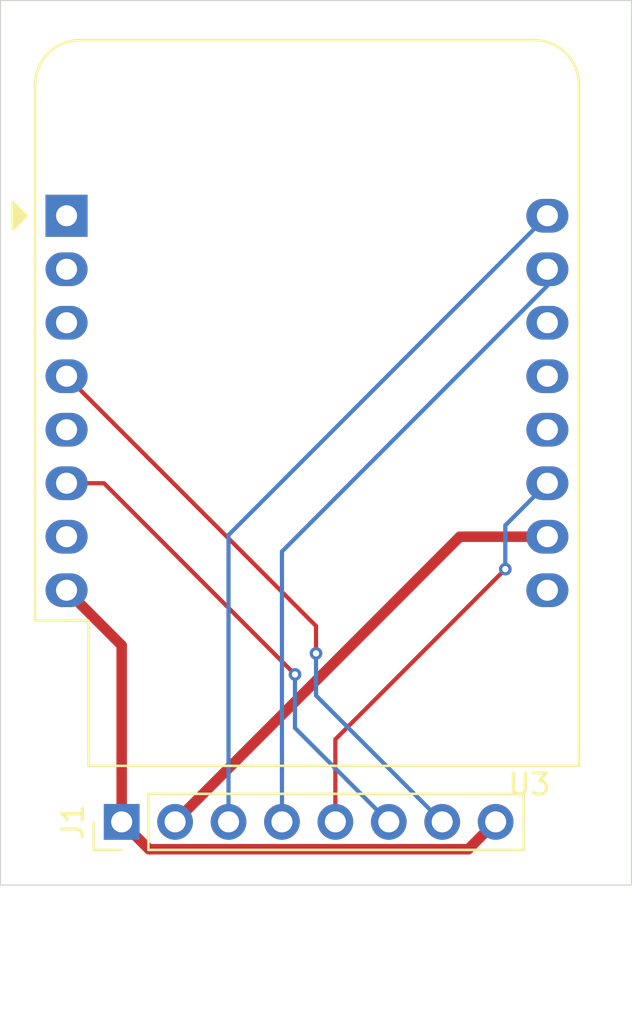
<source format=kicad_pcb>
(kicad_pcb (version 20240108) (generator "pcbnew") (generator_version "8.0")
  (layers (0 "F.Cu" signal) (31 "B.Cu" signal) (34 "B.Paste" user) (35 "F.Paste" user) (36 "B.SilkS" user "B.Silkscreen") (37 "F.SilkS" user "F.Silkscreen") (38 "B.Mask" user) (39 "F.Mask" user) (44 "Edge.Cuts" user))
  (net 0 "")
  (net 1 "A0")
  (net 2 "SCK")
  (net 3 "CS")
  (net 4 "RESET")
  (net 6 "SDA")
  (net 9 "GND")
  (net 16 "+3.3V")
  (footprint "Connector_PinHeader_2.54mm:PinHeader_1x08_P2.54mm_Vertical" (layer "F.Cu") (at 140.76 116 90)
    (property "Reference" "J1" (at 0 -2.33 90) (layer "F.SilkS"))
    (property "Value" "Conn_01x08_MountingPin")
    (fp_line (start -1.33 -1.33) (end 0 -1.33) (stroke (width 0.12)) (layer "F.SilkS"))
    (fp_line (start -1.33 0) (end -1.33 -1.33) (stroke (width 0.12)) (layer "F.SilkS"))
    (fp_line (start 1.33 1.27) (end 1.33 19.11) (stroke (width 0.12)) (layer "F.SilkS"))
    (fp_line (start -1.33 1.27) (end 1.33 1.27) (stroke (width 0.12)) (layer "F.SilkS"))
    (fp_line (start -1.33 1.27) (end -1.33 19.11) (stroke (width 0.12)) (layer "F.SilkS"))
    (fp_line (start -1.33 19.11) (end 1.33 19.11) (stroke (width 0.12)) (layer "F.SilkS"))
    (pad "1" thru_hole rect (at 0 0 90) (size 1.7 1.7) (drill 1) (layers "*.Cu" "*.Mask") (net 16 "+3.3V"))
    (pad "2" thru_hole oval (at 0 2.54 90) (size 1.7 1.7) (drill 1) (layers "*.Cu" "*.Mask") (net 9 "GND"))
    (pad "3" thru_hole oval (at 0 5.08 90) (size 1.7 1.7) (drill 1) (layers "*.Cu" "*.Mask") (net 3 "CS"))
    (pad "4" thru_hole oval (at 0 7.62 90) (size 1.7 1.7) (drill 1) (layers "*.Cu" "*.Mask") (net 4 "RESET"))
    (pad "5" thru_hole oval (at 0 10.16 90) (size 1.7 1.7) (drill 1) (layers "*.Cu" "*.Mask") (net 1 "A0"))
    (pad "6" thru_hole oval (at 0 12.7 90) (size 1.7 1.7) (drill 1) (layers "*.Cu" "*.Mask") (net 6 "SDA"))
    (pad "7" thru_hole oval (at 0 15.24 90) (size 1.7 1.7) (drill 1) (layers "*.Cu" "*.Mask") (net 2 "SCK"))
    (pad "8" thru_hole oval (at 0 17.78 90) (size 1.7 1.7) (drill 1) (layers "*.Cu" "*.Mask") (net 16 "+3.3V"))
  )
  (footprint "Module:WEMOS_D1_mini_light" (layer "F.Cu") (at 138.14 87.22)
    (property "Reference" "U3" (at 22 27 0) (layer "F.SilkS"))
    (property "Value" "WeMos_D1_mini")
    (fp_line (start -1.5 19.22) (end -1.5 -6.21) (stroke (width 0.12)) (layer "F.SilkS"))
    (fp_line (start -1.5 19.22) (end 1.04 19.22) (stroke (width 0.12)) (layer "F.SilkS"))
    (fp_line (start 1.04 19.22) (end 1.04 26.12) (stroke (width 0.12)) (layer "F.SilkS"))
    (fp_line (start 1.04 26.12) (end 24.36 26.12) (stroke (width 0.12)) (layer "F.SilkS"))
    (fp_line (start 22.24 -8.34) (end 0.63 -8.34) (stroke (width 0.12)) (layer "F.SilkS"))
    (fp_line (start 24.36 26.12) (end 24.36 -6.21) (stroke (width 0.12)) (layer "F.SilkS"))
    (fp_arc (start -1.5 -6.21) (mid -0.876137 -7.716137) (end 0.63 -8.34) (stroke (width 0.12)) (layer "F.SilkS"))
    (fp_arc (start 22.23 -8.34) (mid 23.736137 -7.716137) (end 24.36 -6.21) (stroke (width 0.12)) (layer "F.SilkS"))
    (fp_poly (pts (xy -2.54 -0.635) (xy -2.54 0.635) (xy -1.905 0)) (stroke (width 0.15)) (fill solid) (layer "F.SilkS"))
    (pad "1" thru_hole rect (at 0 0) (size 2 2) (drill 1) (layers "*.Cu" "*.Mask"))
    (pad "2" thru_hole oval (at 0 2.54) (size 2 1.6) (drill 1) (layers "*.Cu" "*.Mask"))
    (pad "3" thru_hole oval (at 0 5.08) (size 2 1.6) (drill 1) (layers "*.Cu" "*.Mask"))
    (pad "4" thru_hole oval (at 0 7.62) (size 2 1.6) (drill 1) (layers "*.Cu" "*.Mask") (net 2 "SCK"))
    (pad "5" thru_hole oval (at 0 10.16) (size 2 1.6) (drill 1) (layers "*.Cu" "*.Mask"))
    (pad "6" thru_hole oval (at 0 12.7) (size 2 1.6) (drill 1) (layers "*.Cu" "*.Mask") (net 6 "SDA"))
    (pad "7" thru_hole oval (at 0 15.24) (size 2 1.6) (drill 1) (layers "*.Cu" "*.Mask"))
    (pad "8" thru_hole oval (at 0 17.78) (size 2 1.6) (drill 1) (layers "*.Cu" "*.Mask") (net 16 "+3.3V"))
    (pad "9" thru_hole oval (at 22.86 17.78) (size 2 1.6) (drill 1) (layers "*.Cu" "*.Mask"))
    (pad "10" thru_hole oval (at 22.86 15.24) (size 2 1.6) (drill 1) (layers "*.Cu" "*.Mask") (net 9 "GND"))
    (pad "11" thru_hole oval (at 22.86 12.7) (size 2 1.6) (drill 1) (layers "*.Cu" "*.Mask") (net 1 "A0"))
    (pad "12" thru_hole oval (at 22.86 10.16) (size 2 1.6) (drill 1) (layers "*.Cu" "*.Mask"))
    (pad "13" thru_hole oval (at 22.86 7.62) (size 2 1.6) (drill 1) (layers "*.Cu" "*.Mask"))
    (pad "14" thru_hole oval (at 22.86 5.08) (size 2 1.6) (drill 1) (layers "*.Cu" "*.Mask"))
    (pad "15" thru_hole oval (at 22.86 2.54) (size 2 1.6) (drill 1) (layers "*.Cu" "*.Mask") (net 4 "RESET"))
    (pad "16" thru_hole oval (at 22.86 0) (size 2 1.6) (drill 1) (layers "*.Cu" "*.Mask") (net 3 "CS"))
  )
  (gr_rect (start 135 77) (end 165 119) (stroke (width 0.05)) (fill none) (layer "Edge.Cuts"))
  (segment (start 150.92 116) (end 150.92 112.08) (width 0.2) (layer "F.Cu") (net 1))
  (segment (start 150.92 112.08) (end 159 104) (width 0.2) (layer "F.Cu") (net 1))
  (via (at 159 104) (size 0.6) (drill 0.3) (layers "F.Cu" "B.Cu") (net 1))
  (segment (start 159 101.92) (end 161 99.92) (width 0.2) (layer "B.Cu") (net 1))
  (segment (start 159 104) (end 159 101.92) (width 0.2) (layer "B.Cu") (net 1))
  (segment (start 150 106.7) (end 138.14 94.84) (width 0.2) (layer "F.Cu") (net 2))
  (segment (start 150 108) (end 150 106.7) (width 0.2) (layer "F.Cu") (net 2))
  (via (at 150 108) (size 0.6) (drill 0.3) (layers "F.Cu" "B.Cu") (net 2))
  (segment (start 150 110) (end 150 108) (width 0.2) (layer "B.Cu") (net 2))
  (segment (start 156 116) (end 150 110) (width 0.2) (layer "B.Cu") (net 2))
  (segment (start 145.84 102.38) (end 161 87.22) (width 0.2) (layer "B.Cu") (net 3))
  (segment (start 145.84 116) (end 145.84 102.38) (width 0.2) (layer "B.Cu") (net 3))
  (segment (start 148.38 116) (end 148.38 103.164365) (width 0.2) (layer "B.Cu") (net 4))
  (segment (start 148.38 103.164365) (end 161 90.544365) (width 0.2) (layer "B.Cu") (net 4))
  (segment (start 161 90.544365) (end 161 89.76) (width 0.2) (layer "B.Cu") (net 4))
  (segment (start 139.92 99.92) (end 138.14 99.92) (width 0.2) (layer "F.Cu") (net 6))
  (segment (start 149 109) (end 139.92 99.92) (width 0.2) (layer "F.Cu") (net 6))
  (via (at 149 109) (size 0.6) (drill 0.3) (layers "F.Cu" "B.Cu") (net 6))
  (segment (start 149 111.54) (end 149 109) (width 0.2) (layer "B.Cu") (net 6))
  (segment (start 153.46 116) (end 149 111.54) (width 0.2) (layer "B.Cu") (net 6))
  (segment (start 156.84 102.46) (end 161 102.46) (width 0.5) (layer "F.Cu") (net 9))
  (segment (start 143.3 116) (end 156.84 102.46) (width 0.5) (layer "F.Cu") (net 9))
  (segment (start 158.54 116) (end 157.24 117.3) (width 0.5) (layer "F.Cu") (net 16))
  (segment (start 140.76 116) (end 140.76 107.62) (width 0.5) (layer "F.Cu") (net 16))
  (segment (start 157.24 117.3) (end 142.06 117.3) (width 0.5) (layer "F.Cu") (net 16))
  (segment (start 142.06 117.3) (end 140.76 116) (width 0.5) (layer "F.Cu") (net 16))
  (segment (start 140.76 107.62) (end 138.14 105) (width 0.5) (layer "F.Cu") (net 16))
)
</source>
